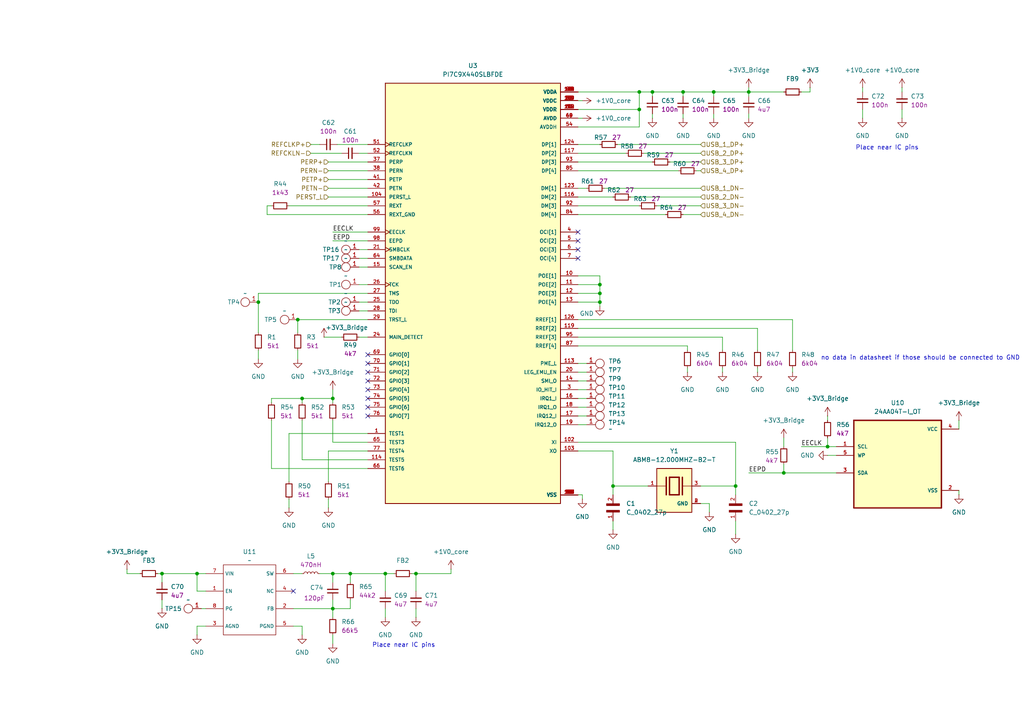
<source format=kicad_sch>
(kicad_sch (version 20231120) (generator "eeschema") (generator_version "8.0")
  (paper "A4")
  (title_block (title "M2SmartHome") (date "2024-10-11") (rev "Rev 1.0.0"))
  (junction (at 173.99 85.09))
  (junction (at 173.99 87.63))
  (junction (at 57.15 166.37))
  (junction (at 46.99 166.37))
  (junction (at 101.6 166.37))
  (junction (at 96.52 166.37))
  (junction (at 87.63 115.57))
  (junction (at 111.76 166.37))
  (junction (at 96.52 176.53))
  (junction (at 74.93 87.63))
  (junction (at 173.99 82.55))
  (junction (at 189.23 26.67))
  (junction (at 227.33 137.16))
  (junction (at 207.01 26.67))
  (junction (at 213.36 140.97))
  (junction (at 177.8 140.97))
  (junction (at 185.42 31.75))
  (junction (at 96.52 115.57))
  (junction (at 198.12 26.67))
  (junction (at 185.42 26.67))
  (junction (at 217.17 26.67))
  (junction (at 120.65 166.37))
  (junction (at 86.36 92.71))
  (junction (at 240.03 129.54))
  (no_connect (at 106.68 115.57))
  (no_connect (at 106.68 110.49))
  (no_connect (at 106.68 102.87))
  (no_connect (at 167.64 72.39))
  (no_connect (at 106.68 113.03))
  (no_connect (at 106.68 118.11))
  (no_connect (at 106.68 120.65))
  (no_connect (at 167.64 74.93))
  (no_connect (at 106.68 105.41))
  (no_connect (at 106.68 107.95))
  (no_connect (at 167.64 67.31))
  (no_connect (at 167.64 69.85))
  (no_connect (at 85.09 171.45))
  (wire (pts (xy 167.64 31.75) (xy 185.42 31.75)))
  (wire (pts (xy 189.23 26.67) (xy 189.23 27.94)))
  (wire (pts (xy 96.52 113.03) (xy 96.52 115.57)))
  (wire (pts (xy 167.64 92.71) (xy 229.87 92.71)))
  (wire (pts (xy 229.87 92.71) (xy 229.87 101.6)))
  (wire (pts (xy 96.52 115.57) (xy 87.63 115.57)))
  (wire (pts (xy 167.64 105.41) (xy 170.18 105.41)))
  (wire (pts (xy 167.64 100.33) (xy 199.39 100.33)))
  (wire (pts (xy 74.93 85.09) (xy 74.93 87.63)))
  (wire (pts (xy 101.6 166.37) (xy 111.76 166.37)))
  (wire (pts (xy 106.68 130.81) (xy 95.25 130.81)))
  (wire (pts (xy 83.82 59.69) (xy 106.68 59.69)))
  (wire (pts (xy 168.91 143.51) (xy 168.91 144.78)))
  (wire (pts (xy 78.74 115.57) (xy 87.63 115.57)))
  (wire (pts (xy 104.14 82.55) (xy 106.68 82.55)))
  (wire (pts (xy 97.79 41.91) (xy 106.68 41.91)))
  (wire (pts (xy 120.65 171.45) (xy 120.65 166.37)))
  (wire (pts (xy 96.52 128.27) (xy 106.68 128.27)))
  (wire (pts (xy 227.33 137.16) (xy 242.57 137.16)))
  (wire (pts (xy 95.25 46.99) (xy 106.68 46.99)))
  (wire (pts (xy 207.01 33.02) (xy 207.01 34.29)))
  (wire (pts (xy 104.14 74.93) (xy 106.68 74.93)))
  (wire (pts (xy 86.36 92.71) (xy 86.36 96.52)))
  (wire (pts (xy 167.64 113.03) (xy 170.18 113.03)))
  (wire (pts (xy 217.17 25.4) (xy 217.17 26.67)))
  (wire (pts (xy 185.42 36.83) (xy 185.42 31.75)))
  (wire (pts (xy 77.47 59.69) (xy 77.47 62.23)))
  (wire (pts (xy 219.71 106.68) (xy 219.71 107.95)))
  (wire (pts (xy 207.01 26.67) (xy 207.01 27.94)))
  (wire (pts (xy 198.12 26.67) (xy 207.01 26.67)))
  (wire (pts (xy 261.62 25.4) (xy 261.62 26.67)))
  (wire (pts (xy 194.31 46.99) (xy 203.2 46.99)))
  (wire (pts (xy 59.69 171.45) (xy 57.15 171.45)))
  (wire (pts (xy 240.03 129.54) (xy 242.57 129.54)))
  (wire (pts (xy 173.99 80.01) (xy 173.99 82.55)))
  (wire (pts (xy 177.8 140.97) (xy 177.8 130.81)))
  (wire (pts (xy 203.2 146.05) (xy 205.74 146.05)))
  (wire (pts (xy 219.71 95.25) (xy 219.71 101.6)))
  (wire (pts (xy 167.64 29.21) (xy 168.91 29.21)))
  (wire (pts (xy 207.01 26.67) (xy 217.17 26.67)))
  (wire (pts (xy 240.03 127) (xy 240.03 129.54)))
  (wire (pts (xy 104.14 90.17) (xy 106.68 90.17)))
  (wire (pts (xy 232.41 26.67) (xy 234.95 26.67)))
  (wire (pts (xy 217.17 26.67) (xy 227.33 26.67)))
  (wire (pts (xy 95.25 57.15) (xy 106.68 57.15)))
  (wire (pts (xy 104.14 72.39) (xy 106.68 72.39)))
  (wire (pts (xy 167.64 128.27) (xy 213.36 128.27)))
  (wire (pts (xy 177.8 151.13) (xy 177.8 153.67)))
  (wire (pts (xy 77.47 62.23) (xy 106.68 62.23)))
  (wire (pts (xy 173.99 87.63) (xy 167.64 87.63)))
  (wire (pts (xy 36.83 166.37) (xy 40.64 166.37)))
  (wire (pts (xy 167.64 118.11) (xy 170.18 118.11)))
  (wire (pts (xy 167.64 34.29) (xy 168.91 34.29)))
  (wire (pts (xy 240.03 120.65) (xy 240.03 121.92)))
  (wire (pts (xy 87.63 133.35) (xy 106.68 133.35)))
  (wire (pts (xy 190.5 59.69) (xy 203.2 59.69)))
  (wire (pts (xy 167.64 130.81) (xy 177.8 130.81)))
  (wire (pts (xy 106.68 92.71) (xy 86.36 92.71)))
  (wire (pts (xy 167.64 143.51) (xy 168.91 143.51)))
  (wire (pts (xy 78.74 116.84) (xy 78.74 115.57)))
  (wire (pts (xy 90.17 41.91) (xy 92.71 41.91)))
  (wire (pts (xy 217.17 137.16) (xy 227.33 137.16)))
  (wire (pts (xy 167.64 123.19) (xy 170.18 123.19)))
  (wire (pts (xy 104.14 87.63) (xy 106.68 87.63)))
  (wire (pts (xy 227.33 134.62) (xy 227.33 137.16)))
  (wire (pts (xy 95.25 130.81) (xy 95.25 139.7)))
  (wire (pts (xy 85.09 181.61) (xy 87.63 181.61)))
  (wire (pts (xy 96.52 69.85) (xy 106.68 69.85)))
  (wire (pts (xy 130.81 165.1) (xy 130.81 166.37)))
  (wire (pts (xy 167.64 120.65) (xy 170.18 120.65)))
  (wire (pts (xy 104.14 44.45) (xy 106.68 44.45)))
  (wire (pts (xy 101.6 166.37) (xy 101.6 168.91)))
  (wire (pts (xy 278.13 142.24) (xy 278.13 143.51)))
  (wire (pts (xy 90.17 44.45) (xy 99.06 44.45)))
  (wire (pts (xy 96.52 67.31) (xy 106.68 67.31)))
  (wire (pts (xy 96.52 115.57) (xy 96.52 116.84)))
  (wire (pts (xy 167.64 115.57) (xy 170.18 115.57)))
  (wire (pts (xy 213.36 151.13) (xy 213.36 154.94)))
  (wire (pts (xy 96.52 184.15) (xy 96.52 186.69)))
  (wire (pts (xy 186.69 44.45) (xy 203.2 44.45)))
  (wire (pts (xy 96.52 166.37) (xy 101.6 166.37)))
  (wire (pts (xy 199.39 100.33) (xy 199.39 101.6)))
  (wire (pts (xy 167.64 54.61) (xy 170.18 54.61)))
  (wire (pts (xy 185.42 31.75) (xy 185.42 26.67)))
  (wire (pts (xy 96.52 121.92) (xy 96.52 128.27)))
  (wire (pts (xy 217.17 33.02) (xy 217.17 34.29)))
  (wire (pts (xy 173.99 87.63) (xy 173.99 88.9)))
  (wire (pts (xy 83.82 125.73) (xy 83.82 139.7)))
  (wire (pts (xy 278.13 124.46) (xy 278.13 121.92)))
  (wire (pts (xy 227.33 127) (xy 227.33 129.54)))
  (wire (pts (xy 198.12 62.23) (xy 203.2 62.23)))
  (wire (pts (xy 175.26 54.61) (xy 203.2 54.61)))
  (wire (pts (xy 101.6 176.53) (xy 96.52 176.53)))
  (wire (pts (xy 167.64 110.49) (xy 170.18 110.49)))
  (wire (pts (xy 119.38 166.37) (xy 120.65 166.37)))
  (wire (pts (xy 173.99 82.55) (xy 167.64 82.55)))
  (wire (pts (xy 167.64 49.53) (xy 196.85 49.53)))
  (wire (pts (xy 36.83 165.1) (xy 36.83 166.37)))
  (wire (pts (xy 213.36 128.27) (xy 213.36 140.97)))
  (wire (pts (xy 46.99 166.37) (xy 57.15 166.37)))
  (wire (pts (xy 74.93 85.09) (xy 106.68 85.09)))
  (wire (pts (xy 95.25 49.53) (xy 106.68 49.53)))
  (wire (pts (xy 78.74 59.69) (xy 77.47 59.69)))
  (wire (pts (xy 78.74 135.89) (xy 106.68 135.89)))
  (wire (pts (xy 198.12 33.02) (xy 198.12 34.29)))
  (wire (pts (xy 198.12 26.67) (xy 198.12 27.94)))
  (wire (pts (xy 59.69 166.37) (xy 57.15 166.37)))
  (wire (pts (xy 57.15 181.61) (xy 57.15 184.15)))
  (wire (pts (xy 177.8 140.97) (xy 177.8 143.51)))
  (wire (pts (xy 250.19 25.4) (xy 250.19 26.67)))
  (wire (pts (xy 57.15 166.37) (xy 57.15 171.45)))
  (wire (pts (xy 85.09 176.53) (xy 96.52 176.53)))
  (wire (pts (xy 213.36 140.97) (xy 203.2 140.97)))
  (wire (pts (xy 234.95 26.67) (xy 234.95 25.4)))
  (wire (pts (xy 189.23 33.02) (xy 189.23 34.29)))
  (wire (pts (xy 213.36 140.97) (xy 213.36 143.51)))
  (wire (pts (xy 120.65 166.37) (xy 130.81 166.37)))
  (wire (pts (xy 120.65 176.53) (xy 120.65 179.07)))
  (wire (pts (xy 167.64 36.83) (xy 185.42 36.83)))
  (wire (pts (xy 209.55 97.79) (xy 209.55 101.6)))
  (wire (pts (xy 173.99 85.09) (xy 167.64 85.09)))
  (wire (pts (xy 232.41 129.54) (xy 240.03 129.54)))
  (wire (pts (xy 96.52 176.53) (xy 96.52 179.07)))
  (wire (pts (xy 111.76 171.45) (xy 111.76 166.37)))
  (wire (pts (xy 111.76 166.37) (xy 114.3 166.37)))
  (wire (pts (xy 99.06 97.79) (xy 93.98 97.79)))
  (wire (pts (xy 167.64 95.25) (xy 219.71 95.25)))
  (wire (pts (xy 74.93 87.63) (xy 74.93 96.52)))
  (wire (pts (xy 205.74 146.05) (xy 205.74 148.59)))
  (wire (pts (xy 229.87 106.68) (xy 229.87 107.95)))
  (wire (pts (xy 95.25 52.07) (xy 106.68 52.07)))
  (wire (pts (xy 189.23 26.67) (xy 198.12 26.67)))
  (wire (pts (xy 167.64 62.23) (xy 193.04 62.23)))
  (wire (pts (xy 74.93 101.6) (xy 74.93 104.14)))
  (wire (pts (xy 101.6 173.99) (xy 101.6 176.53)))
  (wire (pts (xy 199.39 106.68) (xy 199.39 107.95)))
  (wire (pts (xy 58.42 176.53) (xy 59.69 176.53)))
  (wire (pts (xy 167.64 41.91) (xy 173.99 41.91)))
  (wire (pts (xy 173.99 82.55) (xy 173.99 85.09)))
  (wire (pts (xy 85.09 166.37) (xy 87.63 166.37)))
  (wire (pts (xy 111.76 176.53) (xy 111.76 179.07)))
  (wire (pts (xy 185.42 26.67) (xy 189.23 26.67)))
  (wire (pts (xy 167.64 26.67) (xy 185.42 26.67)))
  (wire (pts (xy 182.88 57.15) (xy 203.2 57.15)))
  (wire (pts (xy 167.64 44.45) (xy 181.61 44.45)))
  (wire (pts (xy 96.52 173.99) (xy 96.52 176.53)))
  (wire (pts (xy 106.68 125.73) (xy 83.82 125.73)))
  (wire (pts (xy 209.55 106.68) (xy 209.55 107.95)))
  (wire (pts (xy 173.99 85.09) (xy 173.99 87.63)))
  (wire (pts (xy 59.69 181.61) (xy 57.15 181.61)))
  (wire (pts (xy 104.14 97.79) (xy 106.68 97.79)))
  (wire (pts (xy 96.52 166.37) (xy 96.52 168.91)))
  (wire (pts (xy 167.64 59.69) (xy 185.42 59.69)))
  (wire (pts (xy 167.64 107.95) (xy 170.18 107.95)))
  (wire (pts (xy 173.99 80.01) (xy 167.64 80.01)))
  (wire (pts (xy 167.64 46.99) (xy 189.23 46.99)))
  (wire (pts (xy 240.03 132.08) (xy 242.57 132.08)))
  (wire (pts (xy 87.63 121.92) (xy 87.63 133.35)))
  (wire (pts (xy 78.74 121.92) (xy 78.74 135.89)))
  (wire (pts (xy 250.19 31.75) (xy 250.19 34.29)))
  (wire (pts (xy 46.99 166.37) (xy 46.99 168.91)))
  (wire (pts (xy 87.63 181.61) (xy 87.63 184.15)))
  (wire (pts (xy 83.82 144.78) (xy 83.82 147.32)))
  (wire (pts (xy 201.93 49.53) (xy 203.2 49.53)))
  (wire (pts (xy 95.25 144.78) (xy 95.25 147.32)))
  (wire (pts (xy 261.62 31.75) (xy 261.62 34.29)))
  (wire (pts (xy 167.64 97.79) (xy 209.55 97.79)))
  (wire (pts (xy 179.07 41.91) (xy 203.2 41.91)))
  (wire (pts (xy 92.71 166.37) (xy 96.52 166.37)))
  (wire (pts (xy 187.96 140.97) (xy 177.8 140.97)))
  (wire (pts (xy 45.72 166.37) (xy 46.99 166.37)))
  (wire (pts (xy 217.17 26.67) (xy 217.17 27.94)))
  (wire (pts (xy 104.14 77.47) (xy 106.68 77.47)))
  (wire (pts (xy 95.25 54.61) (xy 106.68 54.61)))
  (wire (pts (xy 46.99 173.99) (xy 46.99 176.53)))
  (wire (pts (xy 167.64 57.15) (xy 177.8 57.15)))
  (wire (pts (xy 87.63 115.57) (xy 87.63 116.84)))
  (wire (pts (xy 86.36 101.6) (xy 86.36 104.14)))
  (text "no data in datasheet if those should be connected to GND" (at 266.954 103.886 0) (effects (font (size 1.27 1.27))))
  (text "Place near IC pins\n" (at 257.302 42.926 0) (effects (font (size 1.27 1.27))))
  (text "Place near IC pins\n" (at 117.094 187.198 0) (effects (font (size 1.27 1.27))))
  (label "EECLK" (at 96.52 67.31 0))
  (label "EEPD" (at 96.52 69.85 0))
  (label "EEPD" (at 217.17 137.16 0))
  (label "EECLK" (at 232.41 129.54 0))
  (hierarchical_label "PERN-" (shape input) (at 95.25 49.53 180))
  (hierarchical_label "PERP+" (shape input) (at 95.25 46.99 180))
  (hierarchical_label "USB_1_DP+" (shape input) (at 203.2 41.91 0))
  (hierarchical_label "PETP+" (shape input) (at 95.25 52.07 180))
  (hierarchical_label "PETN-" (shape input) (at 95.25 54.61 180))
  (hierarchical_label "USB_1_DN-" (shape input) (at 203.2 54.61 0))
  (hierarchical_label "REFCLKP+" (shape input) (at 90.17 41.91 180))
  (hierarchical_label "USB_4_DP+" (shape input) (at 203.2 49.53 0))
  (hierarchical_label "USB_3_DP+" (shape input) (at 203.2 46.99 0))
  (hierarchical_label "PERST_L" (shape input) (at 95.25 57.15 180))
  (hierarchical_label "REFCKLN-" (shape input) (at 90.17 44.45 180))
  (hierarchical_label "USB_2_DN-" (shape input) (at 203.2 57.15 0))
  (hierarchical_label "USB_2_DP+" (shape input) (at 203.2 44.45 0))
  (hierarchical_label "USB_4_DN-" (shape input) (at 203.2 62.23 0))
  (hierarchical_label "USB_3_DN-" (shape input) (at 203.2 59.69 0))
  (symbol (lib_id "M2SmartHomeSymbols:R_5k1_0402") (at 96.52 121.92 90) (unit 1)
    (property "Reference" "R53" (at 99.06 118.11 90) (effects (justify right)))
    (property "Value" "R_5k1_0402" (effects (hide yes)))
    (property "Footprint" "M2SmartHomeFootprints:R_0402" (effects (hide yes)))
    (property "Datasheet" "https://www.vishay.com/docs/20035/crcw0402.pdf" (effects (hide yes)))
    (property "Description" "SMD Thick Film Resistor, 5.10 kΩ, ±1%, 1/16 W, 0402 [1005 Metric], CRCW Series" (effects (hide yes)))
    (property "MPN" "CRCW04025K10FKED" (effects (hide yes)))
    (property "Manufacturer" "Vishay" (effects (hide yes)))
    (property "License" "Apache-2.0" (effects (hide yes)))
    (property "Author" "Your Name" (effects (hide yes)))
    (property "Val" "5k1" (at 99.06 120.65 90) (effects (justify right)))
    (property "Tolerance" "1%" (effects (hide yes)))
    (property "Power" "1/16 W" (effects (hide yes)))
  )
  (symbol (lib_id "M2SmartHomeSymbols:C_100n_0402") (at 189.23 33.02 90) (unit 1)
    (property "Reference" "C63" (at 191.77 29.2036 90) (effects (justify right)))
    (property "Value" "C_100n_0402" (effects (hide yes)))
    (property "Footprint" "M2SmartHomeFootprints:C_0402" (effects (hide yes)))
    (property "Datasheet" "https://www.murata.com/products/productdetail?partno=GRM155R61A104KE01%23" (effects (hide yes)))
    (property "Description" "SMD Multilayer Ceramic Capacitor, 100 nF, 10 V, 0402 [1005 Metric], ±10%, X5R, GRM Series" (effects (hide yes)))
    (property "MPN" "GRM155R61A104KE01D" (effects (hide yes)))
    (property "Manufacturer" "Murata" (effects (hide yes)))
    (property "License" "Apache-2.0" (effects (hide yes)))
    (property "Author" "Your Name" (effects (hide yes)))
    (property "Val" "100n" (at 191.77 31.7436 90) (effects (justify right)))
    (property "Voltage" "10V" (effects (hide yes)))
    (property "Dielectric" "X5R" (effects (hide yes)))
  )
  (symbol (lib_id "power:+3V3") (at 168.91 29.21 270) (unit 1)
    (property "Reference" "#PWR0199" (effects (hide yes)))
    (property "Value" "+1V0_core" (at 172.72 29.2099 90) (effects (justify left)))
    (property "Description" "Power symbol creates a global label with name \"+3V3\"" (effects (hide yes)))
  )
  (symbol (lib_id "M2SmartHomeSymbols:R_4k7_0402") (at 240.03 127 90) (unit 1)
    (property "Reference" "R56" (at 242.57 123.19 90) (effects (justify right)))
    (property "Value" "R_4k7_0402" (effects (hide yes)))
    (property "Footprint" "M2SmartHomeFootprints:R_0402" (effects (hide yes)))
    (property "Datasheet" "https://www.vishay.com/docs/20035/crcw0402.pdf" (effects (hide yes)))
    (property "Description" "SMD Thick Film Resistor, 4.7 kΩ, ±1%, 1/16 W, 0402 [1005 Metric], CRCW Series" (effects (hide yes)))
    (property "MPN" "CRCW04024K70FKED" (effects (hide yes)))
    (property "Manufacturer" "Vishay" (effects (hide yes)))
    (property "License" "Apache-2.0" (effects (hide yes)))
    (property "Author" "Your Name" (effects (hide yes)))
    (property "Val" "4k7" (at 242.57 125.73 90) (effects (justify right)))
    (property "Tolerance" "1%" (effects (hide yes)))
    (property "Power" "1/16 W" (effects (hide yes)))
  )
  (symbol (lib_id "M2SmartHomeSymbols:R_27_0402") (at 193.04 62.23 0) (unit 1)
    (property "Reference" "R64" (at 193.294 60.198 0))
    (property "Value" "R_27_0402" (effects (hide yes)))
    (property "Footprint" "M2SmartHomeFootprints:R_0402" (effects (hide yes)))
    (property "Datasheet" "https://www.vishay.com/docs/20035/crcw0402.pdf" (effects (hide yes)))
    (property "Description" "SMD Thick Film Resistor, 27 Ω, ±1%, 1/16 W, 0402 [1005 Metric], CRCW Series" (effects (hide yes)))
    (property "MPN" "CRCW040227R0FKED" (effects (hide yes)))
    (property "Manufacturer" "Vishay" (effects (hide yes)))
    (property "License" "Apache-2.0" (effects (hide yes)))
    (property "Author" "Your Name" (effects (hide yes)))
    (property "Val" "27" (at 197.866 60.198 0))
    (property "Tolerance" "1%" (effects (hide yes)))
    (property "Power" "1/16 W" (effects (hide yes)))
  )
  (symbol (lib_id "M2SmartHomeSymbols:R_44k2_0402") (at 101.6 173.99 90) (unit 1)
    (property "Reference" "R65" (at 104.14 170.18 90) (effects (justify right)))
    (property "Value" "R_44k2_0402" (effects (hide yes)))
    (property "Footprint" "M2SmartHomeFootprints:R_0402" (effects (hide yes)))
    (property "Datasheet" "https://www.vishay.com/docs/20035/crcw0402.pdf" (effects (hide yes)))
    (property "Description" "SMD Thick Film Resistor, 44.2 kΩ, ±1%, 1/16 W, 0402 [1005 Metric], CRCW Series" (effects (hide yes)))
    (property "MPN" "CRCW040244K2FKED" (effects (hide yes)))
    (property "Manufacturer" "Vishay" (effects (hide yes)))
    (property "License" "Apache-2.0" (effects (hide yes)))
    (property "Val" "44k2" (at 104.14 172.72 90) (effects (justify right)))
    (property "Tolerance" "1%" (effects (hide yes)))
    (property "Power" "1/16 W" (effects (hide yes)))
  )
  (symbol (lib_id "M2SmartHomeSymbols:TP_SMD_1mm") (at 104.14 72.39 90) (unit 1)
    (property "Reference" "TP16" (at 96.012 72.39 90))
    (property "Value" "~" (at 100.33 69.85 90))
    (property "Footprint" "M2SmartHomeFootprints:TestPoint_Pad_D1.0mm" (effects (hide yes)))
  )
  (symbol (lib_id "power:GND") (at 96.52 186.69 0) (unit 1)
    (property "Reference" "#PWR0191" (effects (hide yes)))
    (property "Value" "GND" (at 96.52 191.77 0))
    (property "Description" "Power symbol creates a global label with name \"GND\" , ground" (effects (hide yes)))
  )
  (symbol (lib_id "M2SmartHomeSymbols:TPS62822DLCR") (at 72.39 173.99 0) (unit 1)
    (property "Reference" "U11" (at 72.39 160.02 0))
    (property "Value" "~" (at 72.39 162.56 0))
    (property "Footprint" "M2SmartHomeFootprints:TPS62822DLCR" (effects (hide yes)))
    (property "Datasheet" "https://www.ti.com/lit/ds/symlink/tps62822.pdf?ts=1728202992352&ref_url=https%253A%252F%252Fwww.ti.com%252Ftool%252FTIDA-010011" (effects (hide yes)))
  )
  (symbol (lib_id "power:GND") (at 213.36 154.94 0) (unit 1)
    (property "Reference" "#PWR04" (effects (hide yes)))
    (property "Value" "GND" (at 213.36 160.02 0))
    (property "Description" "Power symbol creates a global label with name \"GND\" , ground" (effects (hide yes)))
  )
  (symbol (lib_id "M2SmartHomeSymbols:R_4k7_0402") (at 227.33 134.62 90) (unit 1)
    (property "Reference" "R55" (at 221.996 131.064 90) (effects (justify right)))
    (property "Value" "R_4k7_0402" (effects (hide yes)))
    (property "Footprint" "M2SmartHomeFootprints:R_0402" (effects (hide yes)))
    (property "Datasheet" "https://www.vishay.com/docs/20035/crcw0402.pdf" (effects (hide yes)))
    (property "Description" "SMD Thick Film Resistor, 4.7 kΩ, ±1%, 1/16 W, 0402 [1005 Metric], CRCW Series" (effects (hide yes)))
    (property "MPN" "CRCW04024K70FKED" (effects (hide yes)))
    (property "Manufacturer" "Vishay" (effects (hide yes)))
    (property "License" "Apache-2.0" (effects (hide yes)))
    (property "Author" "Your Name" (effects (hide yes)))
    (property "Val" "4k7" (at 221.996 133.604 90) (effects (justify right)))
    (property "Tolerance" "1%" (effects (hide yes)))
    (property "Power" "1/16 W" (effects (hide yes)))
  )
  (symbol (lib_id "power:+3V3") (at 234.95 25.4 0) (unit 1)
    (property "Reference" "#PWR0146" (effects (hide yes)))
    (property "Value" "+3V3" (at 234.95 20.32 0))
    (property "Description" "Power symbol creates a global label with name \"+3V3\"" (effects (hide yes)))
  )
  (symbol (lib_id "power:GND") (at 120.65 179.07 0) (unit 1)
    (property "Reference" "#PWR0195" (effects (hide yes)))
    (property "Value" "GND" (at 120.65 184.15 0))
    (property "Description" "Power symbol creates a global label with name \"GND\" , ground" (effects (hide yes)))
  )
  (symbol (lib_id "M2SmartHomeSymbols:FB_120R_0603") (at 40.64 166.37 0) (unit 1)
    (property "Reference" "FB3" (at 43.18 162.56 0))
    (property "Value" "FB_120R_0603" (effects (hide yes)))
    (property "Footprint" "M2SmartHomeFootprints:FB_0603" (effects (hide yes)))
    (property "Datasheet" "https://www.murata.com/products/productdetail?partno=BLM18AG121SN1D" (effects (hide yes)))
    (property "Description" "SMD Ferrite Bead, 120 Ω @ 100 MHz, 2 A, 0603 [1608 Metric], BLM18A Series" (effects (hide yes)))
    (property "MPN" "BLM18AG121SN1D" (effects (hide yes)))
    (property "Manufacturer" "Murata" (effects (hide yes)))
    (property "License" "Apache-2.0" (effects (hide yes)))
    (property "Author" "Your Name" (effects (hide yes)))
    (property "Impedance" "120R @ 100 MHz" (effects (hide yes)))
    (property "Current" "2A" (effects (hide yes)))
  )
  (symbol (lib_id "M2SmartHomeSymbols:R_27_0402") (at 196.85 49.53 0) (unit 1)
    (property "Reference" "R60" (at 197.104 47.498 0))
    (property "Value" "R_27_0402" (effects (hide yes)))
    (property "Footprint" "M2SmartHomeFootprints:R_0402" (effects (hide yes)))
    (property "Datasheet" "https://www.vishay.com/docs/20035/crcw0402.pdf" (effects (hide yes)))
    (property "Description" "SMD Thick Film Resistor, 27 Ω, ±1%, 1/16 W, 0402 [1005 Metric], CRCW Series" (effects (hide yes)))
    (property "MPN" "CRCW040227R0FKED" (effects (hide yes)))
    (property "Manufacturer" "Vishay" (effects (hide yes)))
    (property "License" "Apache-2.0" (effects (hide yes)))
    (property "Author" "Your Name" (effects (hide yes)))
    (property "Val" "27" (at 201.676 47.498 0))
    (property "Tolerance" "1%" (effects (hide yes)))
    (property "Power" "1/16 W" (effects (hide yes)))
  )
  (symbol (lib_id "M2SmartHomeSymbols:R_66k5_0402") (at 96.52 184.15 90) (unit 1)
    (property "Reference" "R66" (at 99.06 180.34 90) (effects (justify right)))
    (property "Value" "R_66k5_0402" (effects (hide yes)))
    (property "Footprint" "M2SmartHomeFootprints:R_0402" (effects (hide yes)))
    (property "Datasheet" "https://www.vishay.com/docs/20035/crcw0402.pdf" (effects (hide yes)))
    (property "Description" "SMD Thick Film Resistor, 66.5 kΩ, ±1%, 1/16 W, 0402 [1005 Metric], CRCW Series" (effects (hide yes)))
    (property "MPN" "CRCW040266K5FKED" (effects (hide yes)))
    (property "Manufacturer" "Vishay" (effects (hide yes)))
    (property "License" "Apache-2.0" (effects (hide yes)))
    (property "Val" "66k5" (at 99.06 182.88 90) (effects (justify right)))
    (property "Tolerance" "1%" (effects (hide yes)))
    (property "Power" "1/16 W" (effects (hide yes)))
  )
  (symbol (lib_id "M2SmartHomeSymbols:R_27_0402") (at 170.18 54.61 0) (unit 1)
    (property "Reference" "R61" (at 170.434 52.578 0))
    (property "Value" "R_27_0402" (effects (hide yes)))
    (property "Footprint" "M2SmartHomeFootprints:R_0402" (effects (hide yes)))
    (property "Datasheet" "https://www.vishay.com/docs/20035/crcw0402.pdf" (effects (hide yes)))
    (property "Description" "SMD Thick Film Resistor, 27 Ω, ±1%, 1/16 W, 0402 [1005 Metric], CRCW Series" (effects (hide yes)))
    (property "MPN" "CRCW040227R0FKED" (effects (hide yes)))
    (property "Manufacturer" "Vishay" (effects (hide yes)))
    (property "License" "Apache-2.0" (effects (hide yes)))
    (property "Author" "Your Name" (effects (hide yes)))
    (property "Val" "27" (at 175.006 52.578 0))
    (property "Tolerance" "1%" (effects (hide yes)))
    (property "Power" "1/16 W" (effects (hide yes)))
  )
  (symbol (lib_id "M2SmartHomeSymbols:R_1k43_0402") (at 78.74 59.69 0) (unit 1)
    (property "Reference" "R44" (at 81.28 53.34 0))
    (property "Value" "R_1k43_0402" (effects (hide yes)))
    (property "Footprint" "M2SmartHomeFootprints:R_0402" (effects (hide yes)))
    (property "Datasheet" "https://www.vishay.com/docs/20035/crcw0402.pdf" (effects (hide yes)))
    (property "Description" "SMD Thick Film Resistor, 1.43 kΩ, ±1%, 1/16 W, 0402 [1005 Metric], CRCW Series" (effects (hide yes)))
    (property "MPN" "CRCW04021K43FKED" (effects (hide yes)))
    (property "Manufacturer" "Vishay" (effects (hide yes)))
    (property "License" "Apache-2.0" (effects (hide yes)))
    (property "Author" "Your Name" (effects (hide yes)))
    (property "Val" "1k43" (at 81.28 55.88 0))
    (property "Tolerance" "1%" (effects (hide yes)))
    (property "Power" "1/16 W" (effects (hide yes)))
  )
  (symbol (lib_id "power:GND") (at 177.8 153.67 0) (unit 1)
    (property "Reference" "#PWR03" (effects (hide yes)))
    (property "Value" "GND" (at 177.8 158.75 0))
    (property "Description" "Power symbol creates a global label with name \"GND\" , ground" (effects (hide yes)))
  )
  (symbol (lib_id "power:+3V3") (at 261.62 25.4 0) (unit 1)
    (property "Reference" "#PWR0202" (effects (hide yes)))
    (property "Value" "+1V0_core" (at 261.62 20.32 0))
    (property "Description" "Power symbol creates a global label with name \"+3V3\"" (effects (hide yes)))
  )
  (symbol (lib_id "M2SmartHomeSymbols:R_4k7_0402") (at 104.14 97.79 180) (unit 1)
    (property "Reference" "R49" (at 101.6 100.076 0))
    (property "Value" "R_4k7_0402" (effects (hide yes)))
    (property "Footprint" "M2SmartHomeFootprints:R_0402" (effects (hide yes)))
    (property "Datasheet" "https://www.vishay.com/docs/20035/crcw0402.pdf" (effects (hide yes)))
    (property "Description" "SMD Thick Film Resistor, 4.7 kΩ, ±1%, 1/16 W, 0402 [1005 Metric], CRCW Series" (effects (hide yes)))
    (property "MPN" "CRCW04024K70FKED" (effects (hide yes)))
    (property "Manufacturer" "Vishay" (effects (hide yes)))
    (property "License" "Apache-2.0" (effects (hide yes)))
    (property "Author" "Your Name" (effects (hide yes)))
    (property "Val" "4k7" (at 101.6 102.616 0))
    (property "Tolerance" "1%" (effects (hide yes)))
    (property "Power" "1/16 W" (effects (hide yes)))
  )
  (symbol (lib_id "power:GND") (at 111.76 179.07 0) (unit 1)
    (property "Reference" "#PWR0194" (effects (hide yes)))
    (property "Value" "GND" (at 111.76 184.15 0))
    (property "Description" "Power symbol creates a global label with name \"GND\" , ground" (effects (hide yes)))
  )
  (symbol (lib_id "M2SmartHomeSymbols:TP_SMD_1mm") (at 170.18 107.95 270) (unit 1)
    (property "Reference" "TP7" (at 176.53 107.3149 90) (effects (justify left)))
    (property "Value" "~" (at 176.53 109.22 90) (effects (justify left)))
    (property "Footprint" "M2SmartHomeFootprints:TestPoint_Pad_D1.0mm" (effects (hide yes)))
  )
  (symbol (lib_id "M2SmartHomeSymbols:TP_SMD_1mm") (at 104.14 87.63 90) (unit 1)
    (property "Reference" "TP2" (at 97.028 87.63 90))
    (property "Value" "~" (at 100.33 85.09 90))
    (property "Footprint" "M2SmartHomeFootprints:TestPoint_Pad_D1.0mm" (effects (hide yes)))
  )
  (symbol (lib_id "power:GND") (at 74.93 104.14 0) (unit 1)
    (property "Reference" "#PWR0139" (effects (hide yes)))
    (property "Value" "GND" (at 74.93 109.22 0))
    (property "Description" "Power symbol creates a global label with name \"GND\" , ground" (effects (hide yes)))
  )
  (symbol (lib_id "power:+3V3") (at 168.91 34.29 270) (unit 1)
    (property "Reference" "#PWR0200" (effects (hide yes)))
    (property "Value" "+1V0_core" (at 172.72 34.2899 90) (effects (justify left)))
    (property "Description" "Power symbol creates a global label with name \"+3V3\"" (effects (hide yes)))
  )
  (symbol (lib_id "M2SmartHomeSymbols:TP_SMD_1mm") (at 104.14 74.93 90) (unit 1)
    (property "Reference" "TP17" (at 96.012 74.93 90))
    (property "Value" "~" (at 100.33 72.39 90))
    (property "Footprint" "M2SmartHomeFootprints:TestPoint_Pad_D1.0mm" (effects (hide yes)))
  )
  (symbol (lib_id "M2SmartHomeSymbols:R_5k1_0402") (at 83.82 144.78 90) (unit 1)
    (property "Reference" "R50" (at 86.36 140.97 90) (effects (justify right)))
    (property "Value" "R_5k1_0402" (effects (hide yes)))
    (property "Footprint" "M2SmartHomeFootprints:R_0402" (effects (hide yes)))
    (property "Datasheet" "https://www.vishay.com/docs/20035/crcw0402.pdf" (effects (hide yes)))
    (property "Description" "SMD Thick Film Resistor, 5.10 kΩ, ±1%, 1/16 W, 0402 [1005 Metric], CRCW Series" (effects (hide yes)))
    (property "MPN" "CRCW04025K10FKED" (effects (hide yes)))
    (property "Manufacturer" "Vishay" (effects (hide yes)))
    (property "License" "Apache-2.0" (effects (hide yes)))
    (property "Author" "Your Name" (effects (hide yes)))
    (property "Val" "5k1" (at 86.36 143.51 90) (effects (justify right)))
    (property "Tolerance" "1%" (effects (hide yes)))
    (property "Power" "1/16 W" (effects (hide yes)))
  )
  (symbol (lib_id "power:GND") (at 83.82 147.32 0) (unit 1)
    (property "Reference" "#PWR0154" (effects (hide yes)))
    (property "Value" "GND" (at 83.82 152.4 0))
    (property "Description" "Power symbol creates a global label with name \"GND\" , ground" (effects (hide yes)))
  )
  (symbol (lib_id "power:GND") (at 209.55 107.95 0) (unit 1)
    (property "Reference" "#PWR0142" (effects (hide yes)))
    (property "Value" "GND" (at 209.55 113.03 0))
    (property "Description" "Power symbol creates a global label with name \"GND\" , ground" (effects (hide yes)))
  )
  (symbol (lib_id "power:GND") (at 173.99 88.9 0) (unit 1)
    (property "Reference" "#PWR01" (effects (hide yes)))
    (property "Value" "GND" (at 170.18 90.932 0))
    (property "Description" "Power symbol creates a global label with name \"GND\" , ground" (effects (hide yes)))
  )
  (symbol (lib_id "M2SmartHomeSymbols:TP_SMD_1mm") (at 58.42 176.53 90) (unit 1)
    (property "Reference" "TP15" (at 50.292 176.53 90))
    (property "Value" "~" (at 54.61 173.99 90))
    (property "Footprint" "M2SmartHomeFootprints:TestPoint_Pad_D1.0mm" (effects (hide yes)))
  )
  (symbol (lib_id "power:+3V3") (at 36.83 165.1 0) (unit 1)
    (property "Reference" "#PWR0196" (effects (hide yes)))
    (property "Value" "+3V3_Bridge" (at 36.83 160.02 0))
    (property "Description" "Power symbol creates a global label with name \"+3V3\"" (effects (hide yes)))
  )
  (symbol (lib_id "M2SmartHomeSymbols:TP_SMD_1mm") (at 170.18 110.49 270) (unit 1)
    (property "Reference" "TP9" (at 176.53 109.8549 90) (effects (justify left)))
    (property "Value" "~" (at 176.53 111.76 90) (effects (justify left)))
    (property "Footprint" "M2SmartHomeFootprints:TestPoint_Pad_D1.0mm" (effects (hide yes)))
  )
  (symbol (lib_id "M2SmartHomeSymbols:C_4u7_0402") (at 217.17 33.02 90) (unit 1)
    (property "Reference" "C66" (at 219.71 29.2036 90) (effects (justify right)))
    (property "Value" "C_4u7_0402" (effects (hide yes)))
    (property "Footprint" "M2SmartHomeFootprints:C_0402" (effects (hide yes)))
    (property "Datasheet" "https://www.murata.com/products/productdetail?partno=GRM155R60J475ME47%23" (effects (hide yes)))
    (property "Description" "SMD Multilayer Ceramic Capacitor, 4.7 µF, 6.3 V, 0402 [1005 Metric], ±20%, X5R, GRM Series" (effects (hide yes)))
    (property "MPN" "GRM155R60J475ME47D" (effects (hide yes)))
    (property "Manufacturer" "Murata" (effects (hide yes)))
    (property "License" "Apache-2.0" (effects (hide yes)))
    (property "Author" "Your Name" (effects (hide yes)))
    (property "Val" "4u7" (at 219.71 31.7436 90) (effects (justify right)))
    (property "Voltage" "6.3V" (effects (hide yes)))
    (property "Dielectric" "X5R" (effects (hide yes)))
  )
  (symbol (lib_id "M2SmartHomeSymbols:C_100n_0402") (at 250.19 31.75 90) (unit 1)
    (property "Reference" "C72" (at 252.73 27.9336 90) (effects (justify right)))
    (property "Value" "C_100n_0402" (effects (hide yes)))
    (property "Footprint" "M2SmartHomeFootprints:C_0402" (effects (hide yes)))
    (property "Datasheet" "https://www.murata.com/products/productdetail?partno=GRM155R61A104KE01%23" (effects (hide yes)))
    (property "Description" "SMD Multilayer Ceramic Capacitor, 100 nF, 10 V, 0402 [1005 Metric], ±10%, X5R, GRM Series" (effects (hide yes)))
    (property "MPN" "GRM155R61A104KE01D" (effects (hide yes)))
    (property "Manufacturer" "Murata" (effects (hide yes)))
    (property "License" "Apache-2.0" (effects (hide yes)))
    (property "Author" "Your Name" (effects (hide yes)))
    (property "Val" "100n" (at 252.73 30.4736 90) (effects (justify right)))
    (property "Voltage" "10V" (effects (hide yes)))
    (property "Dielectric" "X5R" (effects (hide yes)))
  )
  (symbol (lib_id "M2SmartHomeSymbols:TP_SMD_1mm") (at 104.14 77.47 90) (unit 1)
    (property "Reference" "TP8" (at 97.282 77.47 90))
    (property "Value" "~" (at 100.33 74.93 90))
    (property "Footprint" "M2SmartHomeFootprints:TestPoint_Pad_D1.0mm" (effects (hide yes)))
  )
  (symbol (lib_id "power:GND") (at 46.99 176.53 0) (unit 1)
    (property "Reference" "#PWR0197" (effects (hide yes)))
    (property "Value" "GND" (at 46.99 181.61 0))
    (property "Description" "Power symbol creates a global label with name \"GND\" , ground" (effects (hide yes)))
  )
  (symbol (lib_id "M2SmartHomeSymbols:C_100n_0402") (at 261.62 31.75 90) (unit 1)
    (property "Reference" "C73" (at 264.16 27.9336 90) (effects (justify right)))
    (property "Value" "C_100n_0402" (effects (hide yes)))
    (property "Footprint" "M2SmartHomeFootprints:C_0402" (effects (hide yes)))
    (property "Datasheet" "https://www.murata.com/products/productdetail?partno=GRM155R61A104KE01%23" (effects (hide yes)))
    (property "Description" "SMD Multilayer Ceramic Capacitor, 100 nF, 10 V, 0402 [1005 Metric], ±10%, X5R, GRM Series" (effects (hide yes)))
    (property "MPN" "GRM155R61A104KE01D" (effects (hide yes)))
    (property "Manufacturer" "Murata" (effects (hide yes)))
    (property "License" "Apache-2.0" (effects (hide yes)))
    (property "Author" "Your Name" (effects (hide yes)))
    (property "Val" "100n" (at 264.16 30.4736 90) (effects (justify right)))
    (property "Voltage" "10V" (effects (hide yes)))
    (property "Dielectric" "X5R" (effects (hide yes)))
  )
  (symbol (lib_id "M2SmartHomeSymbols:R_27_0402") (at 173.99 41.91 0) (unit 1)
    (property "Reference" "R57" (at 174.244 39.878 0))
    (property "Value" "R_27_0402" (effects (hide yes)))
    (property "Footprint" "M2SmartHomeFootprints:R_0402" (effects (hide yes)))
    (property "Datasheet" "https://www.vishay.com/docs/20035/crcw0402.pdf" (effects (hide yes)))
    (property "Description" "SMD Thick Film Resistor, 27 Ω, ±1%, 1/16 W, 0402 [1005 Metric], CRCW Series" (effects (hide yes)))
    (property "MPN" "CRCW040227R0FKED" (effects (hide yes)))
    (property "Manufacturer" "Vishay" (effects (hide yes)))
    (property "License" "Apache-2.0" (effects (hide yes)))
    (property "Author" "Your Name" (effects (hide yes)))
    (property "Val" "27" (at 178.816 39.878 0))
    (property "Tolerance" "1%" (effects (hide yes)))
    (property "Power" "1/16 W" (effects (hide yes)))
  )
  (symbol (lib_id "M2SmartHomeSymbols:R_5k1_0402") (at 87.63 121.92 90) (unit 1)
    (property "Reference" "R52" (at 90.17 118.11 90) (effects (justify right)))
    (property "Value" "R_5k1_0402" (effects (hide yes)))
    (property "Footprint" "M2SmartHomeFootprints:R_0402" (effects (hide yes)))
    (property "Datasheet" "https://www.vishay.com/docs/20035/crcw0402.pdf" (effects (hide yes)))
    (property "Description" "SMD Thick Film Resistor, 5.10 kΩ, ±1%, 1/16 W, 0402 [1005 Metric], CRCW Series" (effects (hide yes)))
    (property "MPN" "CRCW04025K10FKED" (effects (hide yes)))
    (property "Manufacturer" "Vishay" (effects (hide yes)))
    (property "License" "Apache-2.0" (effects (hide yes)))
    (property "Author" "Your Name" (effects (hide yes)))
    (property "Val" "5k1" (at 90.17 120.65 90) (effects (justify right)))
    (property "Tolerance" "1%" (effects (hide yes)))
    (property "Power" "1/16 W" (effects (hide yes)))
  )
  (symbol (lib_id "M2SmartHomeSymbols:TP_SMD_1mm") (at 170.18 118.11 270) (unit 1)
    (property "Reference" "TP12" (at 176.53 117.4749 90) (effects (justify left)))
    (property "Value" "~" (at 176.53 119.38 90) (effects (justify left)))
    (property "Footprint" "M2SmartHomeFootprints:TestPoint_Pad_D1.0mm" (effects (hide yes)))
  )
  (symbol (lib_id "M2SmartHomeSymbols:TP_SMD_1mm") (at 170.18 120.65 270) (unit 1)
    (property "Reference" "TP13" (at 176.53 120.0149 90) (effects (justify left)))
    (property "Value" "~" (at 176.53 121.92 90) (effects (justify left)))
    (property "Footprint" "M2SmartHomeFootprints:TestPoint_Pad_D1.0mm" (effects (hide yes)))
  )
  (symbol (lib_id "M2SmartHomeSymbols:FB_120R_0603") (at 114.3 166.37 0) (unit 1)
    (property "Reference" "FB2" (at 116.84 162.56 0))
    (property "Value" "FB_120R_0603" (effects (hide yes)))
    (property "Footprint" "M2SmartHomeFootprints:FB_0603" (effects (hide yes)))
    (property "Datasheet" "https://www.murata.com/products/productdetail?partno=BLM18AG121SN1D" (effects (hide yes)))
    (property "Description" "SMD Ferrite Bead, 120 Ω @ 100 MHz, 2 A, 0603 [1608 Metric], BLM18A Series" (effects (hide yes)))
    (property "MPN" "BLM18AG121SN1D" (effects (hide yes)))
    (property "Manufacturer" "Murata" (effects (hide yes)))
    (property "License" "Apache-2.0" (effects (hide yes)))
    (property "Author" "Your Name" (effects (hide yes)))
    (property "Impedance" "120R @ 100 MHz" (effects (hide yes)))
    (property "Current" "2A" (effects (hide yes)))
  )
  (symbol (lib_id "M2SmartHomeSymbols:C_4u7_0402") (at 120.65 176.53 90) (unit 1)
    (property "Reference" "C71" (at 123.19 172.7136 90) (effects (justify right)))
    (property "Value" "C_4u7_0402" (effects (hide yes)))
    (property "Footprint" "M2SmartHomeFootprints:C_0402" (effects (hide yes)))
    (property "Datasheet" "https://www.murata.com/products/productdetail?partno=GRM155R60J475ME47%23" (effects (hide yes)))
    (property "Description" "SMD Multilayer Ceramic Capacitor, 4.7 µF, 6.3 V, 0402 [1005 Metric], ±20%, X5R, GRM Series" (effects (hide yes)))
    (property "MPN" "GRM155R60J475ME47D" (effects (hide yes)))
    (property "Manufacturer" "Murata" (effects (hide yes)))
    (property "License" "Apache-2.0" (effects (hide yes)))
    (property "Author" "Your Name" (effects (hide yes)))
    (property "Val" "4u7" (at 123.19 175.2536 90) (effects (justify right)))
    (property "Voltage" "6.3V" (effects (hide yes)))
    (property "Dielectric" "X5R" (effects (hide yes)))
  )
  (symbol (lib_id "M2SmartHomeSymbols:TP_SMD_1mm") (at 170.18 115.57 270) (unit 1)
    (property "Reference" "TP11" (at 176.53 114.9349 90) (effects (justify left)))
    (property "Value" "~" (at 176.53 116.84 90) (effects (justify left)))
    (property "Footprint" "M2SmartHomeFootprints:TestPoint_Pad_D1.0mm" (effects (hide yes)))
  )
  (symbol (lib_id "power:+3V3") (at 227.33 127 0) (unit 1)
    (property "Reference" "#PWR0156" (effects (hide yes)))
    (property "Value" "+3V3_Bridge" (at 227.33 121.92 0))
    (property "Description" "Power symbol creates a global label with name \"+3V3\"" (effects (hide yes)))
  )
  (symbol (lib_id "M2SmartHomeSymbols:R_6k04_0402") (at 219.71 106.68 90) (unit 1)
    (property "Reference" "R47" (at 222.25 102.87 90) (effects (justify right)))
    (property "Value" "R_6k04_0402" (effects (hide yes)))
    (property "Footprint" "M2SmartHomeFootprints:R_0402" (effects (hide yes)))
    (property "Datasheet" "https://www.vishay.com/docs/20035/crcw0402.pdf" (effects (hide yes)))
    (property "Description" "SMD Thick Film Resistor, 6.04 kΩ, ±1%, 1/16 W, 0402 [1005 Metric], CRCW Series" (effects (hide yes)))
    (property "MPN" "CRCW04026K04FKED" (effects (hide yes)))
    (property "Manufacturer" "Vishay" (effects (hide yes)))
    (property "License" "Apache-2.0" (effects (hide yes)))
    (property "Author" "Your Name" (effects (hide yes)))
    (property "Val" "6k04" (at 222.25 105.41 90) (effects (justify right)))
    (property "Tolerance" "1%" (effects (hide yes)))
    (property "Power" "1/16 W" (effects (hide yes)))
  )
  (symbol (lib_id "M2SmartHomeSymbols:R_27_0402") (at 185.42 59.69 0) (unit 1)
    (property "Reference" "R63" (at 185.674 57.658 0))
    (property "Value" "R_27_0402" (effects (hide yes)))
    (property "Footprint" "M2SmartHomeFootprints:R_0402" (effects (hide yes)))
    (property "Datasheet" "https://www.vishay.com/docs/20035/crcw0402.pdf" (effects (hide yes)))
    (property "Description" "SMD Thick Film Resistor, 27 Ω, ±1%, 1/16 W, 0402 [1005 Metric], CRCW Series" (effects (hide yes)))
    (property "MPN" "CRCW040227R0FKED" (effects (hide yes)))
    (property "Manufacturer" "Vishay" (effects (hide yes)))
    (property "License" "Apache-2.0" (effects (hide yes)))
    (property "Author" "Your Name" (effects (hide yes)))
    (property "Val" "27" (at 190.246 57.658 0))
    (property "Tolerance" "1%" (effects (hide yes)))
    (property "Power" "1/16 W" (effects (hide yes)))
  )
  (symbol (lib_id "M2SmartHomeSymbols:R_5k1_0402") (at 78.74 121.92 90) (unit 1)
    (property "Reference" "R54" (at 81.28 118.11 90) (effects (justify right)))
    (property "Value" "R_5k1_0402" (effects (hide yes)))
    (property "Footprint" "M2SmartHomeFootprints:R_0402" (effects (hide yes)))
    (property "Datasheet" "https://www.vishay.com/docs/20035/crcw0402.pdf" (effects (hide yes)))
    (property "Description" "SMD Thick Film Resistor, 5.10 kΩ, ±1%, 1/16 W, 0402 [1005 Metric], CRCW Series" (effects (hide yes)))
    (property "MPN" "CRCW04025K10FKED" (effects (hide yes)))
    (property "Manufacturer" "Vishay" (effects (hide yes)))
    (property "License" "Apache-2.0" (effects (hide yes)))
    (property "Author" "Your Name" (effects (hide yes)))
    (property "Val" "5k1" (at 81.28 120.65 90) (effects (justify right)))
    (property "Tolerance" "1%" (effects (hide yes)))
    (property "Power" "1/16 W" (effects (hide yes)))
  )
  (symbol (lib_id "M2SmartHomeSymbols:TP_SMD_1mm") (at 170.18 113.03 270) (unit 1)
    (property "Reference" "TP10" (at 176.53 112.3949 90) (effects (justify left)))
    (property "Value" "~" (at 176.53 114.3 90) (effects (justify left)))
    (property "Footprint" "M2SmartHomeFootprints:TestPoint_Pad_D1.0mm" (effects (hide yes)))
  )
  (symbol (lib_id "power:GND") (at 205.74 148.59 0) (unit 1)
    (property "Reference" "#PWR02" (effects (hide yes)))
    (property "Value" "GND" (at 205.74 153.67 0))
    (property "Description" "Power symbol creates a global label with name \"GND\" , ground" (effects (hide yes)))
  )
  (symbol (lib_id "power:GND") (at 207.01 34.29 0) (unit 1)
    (property "Reference" "#PWR0149" (effects (hide yes)))
    (property "Value" "GND" (at 207.01 39.37 0))
    (property "Description" "Power symbol creates a global label with name \"GND\" , ground" (effects (hide yes)))
  )
  (symbol (lib_id "power:GND") (at 250.19 34.29 0) (unit 1)
    (property "Reference" "#PWR0203" (effects (hide yes)))
    (property "Value" "GND" (at 250.19 39.37 0))
    (property "Description" "Power symbol creates a global label with name \"GND\" , ground" (effects (hide yes)))
  )
  (symbol (lib_id "M2SmartHomeSymbols:R_6k04_0402") (at 199.39 106.68 90) (unit 1)
    (property "Reference" "R45" (at 201.93 102.87 90) (effects (justify right)))
    (property "Value" "R_6k04_0402" (effects (hide yes)))
    (property "Footprint" "M2SmartHomeFootprints:R_0402" (effects (hide yes)))
    (property "Datasheet" "https://www.vishay.com/docs/20035/crcw0402.pdf" (effects (hide yes)))
    (property "Description" "SMD Thick Film Resistor, 6.04 kΩ, ±1%, 1/16 W, 0402 [1005 Metric], CRCW Series" (effects (hide yes)))
    (property "MPN" "CRCW04026K04FKED" (effects (hide yes)))
    (property "Manufacturer" "Vishay" (effects (hide yes)))
    (property "License" "Apache-2.0" (effects (hide yes)))
    (property "Author" "Your Name" (effects (hide yes)))
    (property "Val" "6k04" (at 201.93 105.41 90) (effects (justify right)))
    (property "Tolerance" "1%" (effects (hide yes)))
    (property "Power" "1/16 W" (effects (hide yes)))
  )
  (symbol (lib_id "M2SmartHomeSymbols:C_4u7_0402") (at 46.99 173.99 90) (unit 1)
    (property "Reference" "C70" (at 49.53 170.1736 90) (effects (justify right)))
    (property "Value" "C_4u7_0402" (effects (hide yes)))
    (property "Footprint" "M2SmartHomeFootprints:C_0402" (effects (hide yes)))
    (property "Datasheet" "https://www.murata.com/products/productdetail?partno=GRM155R60J475ME47%23" (effects (hide yes)))
    (property "Description" "SMD Multilayer Ceramic Capacitor, 4.7 µF, 6.3 V, 0402 [1005 Metric], ±20%, X5R, GRM Series" (effects (hide yes)))
    (property "MPN" "GRM155R60J475ME47D" (effects (hide yes)))
    (property "Manufacturer" "Murata" (effects (hide yes)))
    (property "License" "Apache-2.0" (effects (hide yes)))
    (property "Author" "Your Name" (effects (hide yes)))
    (property "Val" "4u7" (at 49.53 172.7136 90) (effects (justify right)))
    (property "Voltage" "6.3V" (effects (hide yes)))
    (property "Dielectric" "X5R" (effects (hide yes)))
  )
  (symbol (lib_id "M2SmartHomeSymbols:TP_SMD_1mm") (at 170.18 123.19 270) (unit 1)
    (property "Reference" "TP14" (at 176.53 122.5549 90) (effects (justify left)))
    (property "Value" "~" (at 176.53 124.46 90) (effects (justify left)))
    (property "Footprint" "M2SmartHomeFootprints:TestPoint_Pad_D1.0mm" (effects (hide yes)))
  )
  (symbol (lib_id "M2SmartHomeSymbols:C_100n_0402") (at 198.12 33.02 90) (unit 1)
    (property "Reference" "C64" (at 200.66 29.2036 90) (effects (justify right)))
    (property "Value" "C_100n_0402" (effects (hide yes)))
    (property "Footprint" "M2SmartHomeFootprints:C_0402" (effects (hide yes)))
    (property "Datasheet" "https://www.murata.com/products/productdetail?partno=GRM155R61A104KE01%23" (effects (hide yes)))
    (property "Description" "SMD Multilayer Ceramic Capacitor, 100 nF, 10 V, 0402 [1005 Metric], ±10%, X5R, GRM Series" (effects (hide yes)))
    (property "MPN" "GRM155R61A104KE01D" (effects (hide yes)))
    (property "Manufacturer" "Murata" (effects (hide yes)))
    (property "License" "Apache-2.0" (effects (hide yes)))
    (property "Author" "Your Name" (effects (hide yes)))
    (property "Val" "100n" (at 200.66 31.7436 90) (effects (justify right)))
    (property "Voltage" "10V" (effects (hide yes)))
    (property "Dielectric" "X5R" (effects (hide yes)))
  )
  (symbol (lib_id "M2SmartHomeSymbols:FB_120R_0603") (at 227.33 26.67 0) (unit 1)
    (property "Reference" "FB9" (at 229.87 22.86 0))
    (property "Value" "FB_120R_0603" (effects (hide yes)))
    (property "Footprint" "M2SmartHomeFootprints:FB_0603" (effects (hide yes)))
    (property "Datasheet" "https://www.murata.com/products/productdetail?partno=BLM18AG121SN1D" (effects (hide yes)))
    (property "Description" "SMD Ferrite Bead, 120 Ω @ 100 MHz, 2 A, 0603 [1608 Metric], BLM18A Series" (effects (hide yes)))
    (property "MPN" "BLM18AG121SN1D" (effects (hide yes)))
    (property "Manufacturer" "Murata" (effects (hide yes)))
    (property "License" "Apache-2.0" (effects (hide yes)))
    (property "Author" "Your Name" (effects (hide yes)))
    (property "Impedance" "120R @ 100 MHz" (effects (hide yes)))
    (property "Current" "2A" (effects (hide yes)))
  )
  (symbol (lib_id "M2SmartHomeSymbols:R_5k1_0402") (at 74.93 101.6 90) (unit 1)
    (property "Reference" "R1" (at 77.47 97.79 90) (effects (justify right)))
    (property "Value" "R_5k1_0402" (effects (hide yes)))
    (property "Footprint" "M2SmartHomeFootprints:R_0402" (effects (hide yes)))
    (property "Datasheet" "https://www.vishay.com/docs/20035/crcw0402.pdf" (effects (hide yes)))
    (property "Description" "SMD Thick Film Resistor, 5.10 kΩ, ±1%, 1/16 W, 0402 [1005 Metric], CRCW Series" (effects (hide yes)))
    (property "MPN" "CRCW04025K10FKED" (effects (hide yes)))
    (property "Manufacturer" "Vishay" (effects (hide yes)))
    (property "License" "Apache-2.0" (effects (hide yes)))
    (property "Author" "Your Name" (effects (hide yes)))
    (property "Val" "5k1" (at 77.47 100.33 90) (effects (justify right)))
    (property "Tolerance" "1%" (effects (hide yes)))
    (property "Power" "1/16 W" (effects (hide yes)))
  )
  (symbol (lib_id "M2SmartHomeSymbols:C_120pF_0402") (at 96.52 173.99 90) (unit 1)
    (property "Reference" "C74" (at 89.916 170.434 90) (effects (justify right)))
    (property "Value" "C_120pF_0402" (effects (hide yes)))
    (property "Footprint" "M2SmartHomeFootprints:C_0402" (effects (hide yes)))
    (property "Datasheet" "https://www.murata.com/products/productdetail?partno=GRM1555C1H121JA01D" (effects (hide yes)))
    (property "Description" "SMD Multilayer Ceramic Capacitor, 120 pF, 50 V, 0402 [1005 Metric], ±5%, C0G / NP0, GRM Series" (effects (hide yes)))
    (property "MPN" "GRM1555C1H121JA01D" (effects (hide yes)))
    (property "Manufacturer" "Murata" (effects (hide yes)))
    (property "License" "Apache-2.0" (effects (hide yes)))
    (property "Author" "Your Name" (effects (hide yes)))
    (property "Val" "120pF" (at 88.138 173.482 90) (effects (justify right)))
    (property "Voltage" "50V" (effects (hide yes)))
    (property "Dielectric" "C0G" (effects (hide yes)))
  )
  (symbol (lib_id "M2SmartHomeSymbols:C_4u7_0402") (at 111.76 176.53 90) (unit 1)
    (property "Reference" "C69" (at 114.3 172.7136 90) (effects (justify right)))
    (property "Value" "C_4u7_0402" (effects (hide yes)))
    (property "Footprint" "M2SmartHomeFootprints:C_0402" (effects (hide yes)))
    (property "Datasheet" "https://www.murata.com/products/productdetail?partno=GRM155R60J475ME47%23" (effects (hide yes)))
    (property "Description" "SMD Multilayer Ceramic Capacitor, 4.7 µF, 6.3 V, 0402 [1005 Metric], ±20%, X5R, GRM Series" (effects (hide yes)))
    (property "MPN" "GRM155R60J475ME47D" (effects (hide yes)))
    (property "Manufacturer" "Murata" (effects (hide yes)))
    (property "License" "Apache-2.0" (effects (hide yes)))
    (property "Author" "Your Name" (effects (hide yes)))
    (property "Val" "4u7" (at 114.3 175.2536 90) (effects (justify right)))
    (property "Voltage" "6.3V" (effects (hide yes)))
    (property "Dielectric" "X5R" (effects (hide yes)))
  )
  (symbol (lib_id "M2SmartHomeSymbols:04025A270FAT2A") (at 177.8 148.59 90) (unit 1)
    (property "Reference" "C1" (at 181.61 146.0499 90) (effects (justify right)))
    (property "Value" "C_0402_27p" (at 181.61 148.5899 90) (effects (justify right)))
    (property "Footprint" "M2SmartHomeFootprints:C_0402" (effects (hide yes)))
    (property "Datasheet" "https://www.tme.eu/Document/bbf9b851c2f67970461c4f5edb477604/C0GNP0-Dielectric.pdf" (effects (hide yes)))
    (property "MF" "AVX" (effects (hide yes)))
    (property "Description_1" "\n27 pF ±1% 50V Ceramic Capacitor C0G, NP0 0402 (1005 Metric)\n" (effects (hide yes)))
    (property "Package" "1005 AVX" (effects (hide yes)))
    (property "Price" "None" (effects (hide yes)))
    (property "SnapEDA_Link" "https://www.snapeda.com/parts/04025A270FAT2A/AVX/view-part/?ref=snap" (effects (hide yes)))
    (property "MP" "04025A270FAT2A" (effects (hide yes)))
    (property "Availability" "In Stock" (effects (hide yes)))
    (property "Check_prices" "https://www.snapeda.com/parts/04025A270FAT2A/AVX/view-part/?ref=eda" (effects (hide yes)))
  )
  (symbol (lib_id "power:GND") (at 57.15 184.15 0) (unit 1)
    (property "Reference" "#PWR0193" (effects (hide yes)))
    (property "Value" "GND" (at 57.15 189.23 0))
    (property "Description" "Power symbol creates a global label with name \"GND\" , ground" (effects (hide yes)))
  )
  (symbol (lib_id "M2SmartHomeSymbols:R_27_0402") (at 181.61 44.45 0) (unit 1)
    (property "Reference" "R58" (at 181.864 42.418 0))
    (property "Value" "R_27_0402" (effects (hide yes)))
    (property "Footprint" "M2SmartHomeFootprints:R_0402" (effects (hide yes)))
    (property "Datasheet" "https://www.vishay.com/docs/20035/crcw0402.pdf" (effects (hide yes)))
    (property "Description" "SMD Thick Film Resistor, 27 Ω, ±1%, 1/16 W, 0402 [1005 Metric], CRCW Series" (effects (hide yes)))
    (property "MPN" "CRCW040227R0FKED" (effects (hide yes)))
    (property "Manufacturer" "Vishay" (effects (hide yes)))
    (property "License" "Apache-2.0" (effects (hide yes)))
    (property "Author" "Your Name" (effects (hide yes)))
    (property "Val" "27" (at 186.436 42.418 0))
    (property "Tolerance" "1%" (effects (hide yes)))
    (property "Power" "1/16 W" (effects (hide yes)))
  )
  (symbol (lib_id "power:+3V3") (at 130.81 165.1 0) (unit 1)
    (property "Reference" "#PWR0198" (effects (hide yes)))
    (property "Value" "+1V0_core" (at 130.81 160.02 0))
    (property "Description" "Power symbol creates a global label with name \"+3V3\"" (effects (hide yes)))
  )
  (symbol (lib_id "M2SmartHomeSymbols:L_470nH_XFL4015") (at 87.63 166.37 0) (unit 1)
    (property "Reference" "L5" (at 90.17 161.29 0))
    (property "Value" "L_470nH_XFL4015" (effects (hide yes)))
    (property "Footprint" "M2SmartHomeFootprints:XFL4015-471MEB" (effects (hide yes)))
    (property "Datasheet" "https://www.mouser.pl/datasheet/2/597/xfl4015-270755.pdf" (effects (hide yes)))
    (property "Description" "Shielded Power Inductor, 470 nH, 3.5 A (10% drop), 7.60 mΩ typ, SMD, 4.0x4.0 mm, XFL4015 Series" (effects (hide yes)))
    (property "MPN" "XFL4015-471MEC" (effects (hide yes)))
    (property "Manufacturer" "Coilcraft" (effects (hide yes)))
    (property "License" "Apache-2.0" (effects (hide yes)))
    (property "Author" "Your Name" (effects (hide yes)))
    (property "Val" "470nH" (at 90.17 163.83 0))
    (property "Current" "3.5 A (10% drop), 5.4 A (20% drop), 6.6 A (30% drop)" (effects (hide yes)))
    (property "DCR" "7.60 mΩ typ, 8.36 mΩ max" (effects (hide yes)))
    (property "Irms" "9.1 A (20°C rise), 11.2 A (40°C rise)" (effects (hide yes)))
  )
  (symbol (lib_id "power:+3V3") (at 278.13 121.92 0) (unit 1)
    (property "Reference" "#PWR0151" (effects (hide yes)))
    (property "Value" "+3V3_Bridge" (at 278.13 116.84 0))
    (property "Description" "Power symbol creates a global label with name \"+3V3\"" (effects (hide yes)))
  )
  (symbol (lib_id "M2SmartHomeSymbols:TP_SMD_1mm") (at 170.18 105.41 270) (unit 1)
    (property "Reference" "TP6" (at 176.53 104.7749 90) (effects (justify left)))
    (property "Value" "~" (at 176.53 106.68 90) (effects (justify left)))
    (property "Footprint" "M2SmartHomeFootprints:TestPoint_Pad_D1.0mm" (effects (hide yes)))
  )
  (symbol (lib_id "power:GND") (at 217.17 34.29 0) (unit 1)
    (property "Reference" "#PWR0150" (effects (hide yes)))
    (property "Value" "GND" (at 217.17 39.37 0))
    (property "Description" "Power symbol creates a global label with name \"GND\" , ground" (effects (hide yes)))
  )
  (symbol (lib_id "M2SmartHomeSymbols:R_5k1_0402") (at 86.36 101.6 90) (unit 1)
    (property "Reference" "R3" (at 88.9 97.79 90) (effects (justify right)))
    (property "Value" "R_5k1_0402" (effects (hide yes)))
    (property "Footprint" "M2SmartHomeFootprints:R_0402" (effects (hide yes)))
    (property "Datasheet" "https://www.vishay.com/docs/20035/crcw0402.pdf" (effects (hide yes)))
    (property "Description" "SMD Thick Film Resistor, 5.10 kΩ, ±1%, 1/16 W, 0402 [1005 Metric], CRCW Series" (effects (hide yes)))
    (property "MPN" "CRCW04025K10FKED" (effects (hide yes)))
    (property "Manufacturer" "Vishay" (effects (hide yes)))
    (property "License" "Apache-2.0" (effects (hide yes)))
    (property "Author" "Your Name" (effects (hide yes)))
    (property "Val" "5k1" (at 88.9 100.33 90) (effects (justify right)))
    (property "Tolerance" "1%" (effects (hide yes)))
    (property "Power" "1/16 W" (effects (hide yes)))
  )
  (symbol (lib_id "M2SmartHomeSymbols:TP_SMD_1mm") (at 86.36 92.71 90) (unit 1)
    (property "Reference" "TP5" (at 78.486 92.71 90))
    (property "Value" "~" (at 82.55 90.17 90))
    (property "Footprint" "M2SmartHomeFootprints:TestPoint_Pad_D1.0mm" (effects (hide yes)))
  )
  (symbol (lib_id "M2SmartHomeSymbols:TP_SMD_1mm") (at 104.14 82.55 90) (unit 1)
    (property "Reference" "TP1" (at 97.282 82.55 90))
    (property "Value" "~" (at 100.33 80.01 90))
    (property "Footprint" "M2SmartHomeFootprints:TestPoint_Pad_D1.0mm" (effects (hide yes)))
  )
  (symbol (lib_id "power:GND") (at 219.71 107.95 0) (unit 1)
    (property "Reference" "#PWR0143" (effects (hide yes)))
    (property "Value" "GND" (at 219.71 113.03 0))
    (property "Description" "Power symbol creates a global label with name \"GND\" , ground" (effects (hide yes)))
  )
  (symbol (lib_id "power:+3V3") (at 96.52 113.03 0) (unit 1)
    (property "Reference" "#PWR0158" (effects (hide yes)))
    (property "Value" "+3V3_Bridge" (at 96.52 107.95 0))
    (property "Description" "Power symbol creates a global label with name \"+3V3\"" (effects (hide yes)))
  )
  (symbol (lib_id "M2SmartHomeSymbols:R_6k04_0402") (at 229.87 106.68 90) (unit 1)
    (property "Reference" "R48" (at 232.41 102.87 90) (effects (justify right)))
    (property "Value" "R_6k04_0402" (effects (hide yes)))
    (property "Footprint" "M2SmartHomeFootprints:R_0402" (effects (hide yes)))
    (property "Datasheet" "https://www.vishay.com/docs/20035/crcw0402.pdf" (effects (hide yes)))
    (property "Description" "SMD Thick Film Resistor, 6.04 kΩ, ±1%, 1/16 W, 0402 [1005 Metric], CRCW Series" (effects (hide yes)))
    (property "MPN" "CRCW04026K04FKED" (effects (hide yes)))
    (property "Manufacturer" "Vishay" (effects (hide yes)))
    (property "License" "Apache-2.0" (effects (hide yes)))
    (property "Author" "Your Name" (effects (hide yes)))
    (property "Val" "6k04" (at 232.41 105.41 90) (effects (justify right)))
    (property "Tolerance" "1%" (effects (hide yes)))
    (property "Power" "1/16 W" (effects (hide yes)))
  )
  (symbol (lib_id "M2SmartHomeSymbols:ABM8-12.000MHZ-B2-T") (at 195.58 140.97 0) (unit 1)
    (property "Reference" "Y1" (at 195.58 130.81 0))
    (property "Value" "ABM8-12.000MHZ-B2-T" (at 195.58 133.35 0))
    (property "Footprint" "M2SmartHomeFootprints:XTAL_ABM8-12.000MHZ-B2-T" (effects (hide yes)))
    (property "Datasheet" "https://www.mouser.pl/datasheet/2/3/abm8-1384678.pdf" (effects (hide yes)))
    (property "MF" "Abracon" (effects (hide yes)))
    (property "MAXIMUM_PACKAGE_HEIGHT" "0.8 mm" (effects (hide yes)))
    (property "Package" "NON-STANDARD-4 ABRACON" (effects (hide yes)))
    (property "Price" "None" (effects (hide yes)))
    (property "Check_prices" "https://www.snapeda.com/parts/ABM8-12.000MHZ-B2-T/Abracon+LLC/view-part/?ref=eda" (effects (hide yes)))
    (property "STANDARD" "Manufacturer Recommendations" (effects (hide yes)))
    (property "PARTREV" "44041" (effects (hide yes)))
    (property "SnapEDA_Link" "https://www.snapeda.com/parts/ABM8-12.000MHZ-B2-T/Abracon+LLC/view-part/?ref=snap" (effects (hide yes)))
    (property "MP" "ABM8-12.000MHZ-B2-T" (effects (hide yes)))
    (property "Description_1" "\n12 MHz ±20ppm Crystal 18pF 120 Ohms 4-SMD, No Lead\n" (effects (hide yes)))
    (property "Availability" "In Stock" (effects (hide yes)))
    (property "MANUFACTURER" "Abracon" (effects (hide yes)))
  )
  (symbol (lib_id "M2SmartHomeSymbols:04025A270FAT2A") (at 213.36 148.59 90) (unit 1)
    (property "Reference" "C2" (at 217.17 146.0499 90) (effects (justify right)))
    (property "Value" "C_0402_27p" (at 217.17 148.5899 90) (effects (justify right)))
    (property "Footprint" "M2SmartHomeFootprints:C_0402" (effects (hide yes)))
    (property "Datasheet" "https://www.tme.eu/Document/bbf9b851c2f67970461c4f5edb477604/C0GNP0-Dielectric.pdf" (effects (hide yes)))
    (property "MF" "AVX" (effects (hide yes)))
    (property "Description_1" "\n27 pF ±1% 50V Ceramic Capacitor C0G, NP0 0402 (1005 Metric)\n" (effects (hide yes)))
    (property "Package" "1005 AVX" (effects (hide yes)))
    (property "Price" "None" (effects (hide yes)))
    (property "SnapEDA_Link" "https://www.snapeda.com/parts/04025A270FAT2A/AVX/view-part/?ref=snap" (effects (hide yes)))
    (property "MP" "04025A270FAT2A" (effects (hide yes)))
    (property "Availability" "In Stock" (effects (hide yes)))
    (property "Check_prices" "https://www.snapeda.com/parts/04025A270FAT2A/AVX/view-part/?ref=eda" (effects (hide yes)))
  )
  (symbol (lib_id "power:GND") (at 87.63 184.15 0) (unit 1)
    (property "Reference" "#PWR0192" (effects (hide yes)))
    (property "Value" "GND" (at 87.63 189.23 0))
    (property "Description" "Power symbol creates a global label with name \"GND\" , ground" (effects (hide yes)))
  )
  (symbol (lib_id "power:GND") (at 278.13 143.51 0) (unit 1)
    (property "Reference" "#PWR0152" (effects (hide yes)))
    (property "Value" "GND" (at 278.13 148.59 0))
    (property "Description" "Power symbol creates a global label with name \"GND\" , ground" (effects (hide yes)))
  )
  (symbol (lib_id "M2SmartHomeSymbols:C_100n_0402") (at 99.06 44.45 0) (unit 1)
    (property "Reference" "C61" (at 101.6063 38.1 0))
    (property "Value" "C_100n_0402" (effects (hide yes)))
    (property "Footprint" "M2SmartHomeFootprints:C_0402" (effects (hide yes)))
    (property "Datasheet" "https://www.murata.com/products/productdetail?partno=GRM155R61A104KE01%23" (effects (hide yes)))
    (property "Description" "SMD Multilayer Ceramic Capacitor, 100 nF, 10 V, 0402 [1005 Metric], ±10%, X5R, GRM Series" (effects (hide yes)))
    (property "MPN" "GRM155R61A104KE01D" (effects (hide yes)))
    (property "Manufacturer" "Murata" (effects (hide yes)))
    (property "License" "Apache-2.0" (effects (hide yes)))
    (property "Author" "Your Name" (effects (hide yes)))
    (property "Val" "100n" (at 101.6063 40.64 0))
    (property "Voltage" "10V" (effects (hide yes)))
    (property "Dielectric" "X5R" (effects (hide yes)))
  )
  (symbol (lib_id "M2SmartHomeSymbols:R_6k04_0402") (at 209.55 106.68 90) (unit 1)
    (property "Reference" "R46" (at 212.09 102.87 90) (effects (justify right)))
    (property "Value" "R_6k04_0402" (effects (hide yes)))
    (property "Footprint" "M2SmartHomeFootprints:R_0402" (effects (hide yes)))
    (property "Datasheet" "https://www.vishay.com/docs/20035/crcw0402.pdf" (effects (hide yes)))
    (property "Description" "SMD Thick Film Resistor, 6.04 kΩ, ±1%, 1/16 W, 0402 [1005 Metric], CRCW Series" (effects (hide yes)))
    (property "MPN" "CRCW04026K04FKED" (effects (hide yes)))
    (property "Manufacturer" "Vishay" (effects (hide yes)))
    (property "License" "Apache-2.0" (effects (hide yes)))
    (property "Author" "Your Name" (effects (hide yes)))
    (property "Val" "6k04" (at 212.09 105.41 90) (effects (justify right)))
    (property "Tolerance" "1%" (effects (hide yes)))
    (property "Power" "1/16 W" (effects (hide yes)))
  )
  (symbol (lib_id "M2SmartHomeSymbols:R_5k1_0402") (at 95.25 144.78 90) (unit 1)
    (property "Reference" "R51" (at 97.79 140.97 90) (effects (justify right)))
    (property "Value" "R_5k1_0402" (effects (hide yes)))
    (property "Footprint" "M2SmartHomeFootprints:R_0402" (effects (hide yes)))
    (property "Datasheet" "https://www.vishay.com/docs/20035/crcw0402.pdf" (effects (hide yes)))
    (property "Description" "SMD Thick Film Resistor, 5.10 kΩ, ±1%, 1/16 W, 0402 [1005 Metric], CRCW Series" (effects (hide yes)))
    (property "MPN" "CRCW04025K10FKED" (effects (hide yes)))
    (property "Manufacturer" "Vishay" (effects (hide yes)))
    (property "License" "Apache-2.0" (effects (hide yes)))
    (property "Author" "Your Name" (effects (hide yes)))
    (property "Val" "5k1" (at 97.79 143.51 90) (effects (justify right)))
    (property "Tolerance" "1%" (effects (hide yes)))
    (property "Power" "1/16 W" (effects (hide yes)))
  )
  (symbol (lib_id "power:+3V3") (at 250.19 25.4 0) (unit 1)
    (property "Reference" "#PWR0201" (effects (hide yes)))
    (property "Value" "+1V0_core" (at 250.19 20.32 0))
    (property "Description" "Power symbol creates a global label with name \"+3V3\"" (effects (hide yes)))
  )
  (symbol (lib_id "power:GND") (at 240.03 132.08 270) (unit 1)
    (property "Reference" "#PWR0153" (effects (hide yes)))
    (property "Value" "GND" (at 236.22 132.0799 90) (effects (justify right)))
    (property "Description" "Power symbol creates a global label with name \"GND\" , ground" (effects (hide yes)))
  )
  (symbol (lib_id "power:GND") (at 229.87 107.95 0) (unit 1)
    (property "Reference" "#PWR0144" (effects (hide yes)))
    (property "Value" "GND" (at 229.87 113.03 0))
    (property "Description" "Power symbol creates a global label with name \"GND\" , ground" (effects (hide yes)))
  )
  (symbol (lib_id "power:GND") (at 95.25 147.32 0) (unit 1)
    (property "Reference" "#PWR0155" (effects (hide yes)))
    (property "Value" "GND" (at 95.25 152.4 0))
    (property "Description" "Power symbol creates a global label with name \"GND\" , ground" (effects (hide yes)))
  )
  (symbol (lib_id "M2SmartHomeSymbols:PI7C9X440SLBFDE") (at 137.16 85.09 0) (unit 1)
    (property "Reference" "U3" (at 137.16 19.05 0))
    (property "Value" "PI7C9X440SLBFDE" (at 137.16 21.59 0))
    (property "Footprint" "M2SmartHomeFootprints:PI7C9X440SLBFDE" (effects (hide yes)))
    (property "Datasheet" "https://eu.mouser.com/datasheet/2/115/PERIS05776_1-2544009.pdf" (effects (hide yes)))
    (property "MF" "Diodes Inc." (effects (hide yes)))
    (property "Description_1" "\nUSB Controller USB 2.0 PCI Interface 128-LQFP (14x14)\n" (effects (hide yes)))
    (property "Package" "LQFP-128 Diodes Inc." (effects (hide yes)))
    (property "Price" "None" (effects (hide yes)))
    (property "Check_prices" "https://www.snapeda.com/parts/PI7C9X440SLBFDE/Diodes+Inc./view-part/?ref=eda" (effects (hide yes)))
    (property "STANDARD" "IPC-7351B" (effects (hide yes)))
    (property "PARTREV" "3" (effects (hide yes)))
    (property "SnapEDA_Link" "https://www.snapeda.com/parts/PI7C9X440SLBFDE/Diodes+Inc./view-part/?ref=snap" (effects (hide yes)))
    (property "MP" "PI7C9X440SLBFDE" (effects (hide yes)))
    (property "Availability" "In Stock" (effects (hide yes)))
    (property "MANUFACTURER" "DIODES Inc." (effects (hide yes)))
  )
  (symbol (lib_id "power:GND") (at 198.12 34.29 0) (unit 1)
    (property "Reference" "#PWR0148" (effects (hide yes)))
    (property "Value" "GND" (at 198.12 39.37 0))
    (property "Description" "Power symbol creates a global label with name \"GND\" , ground" (effects (hide yes)))
  )
  (symbol (lib_id "M2SmartHomeSymbols:C_100n_0402") (at 92.71 41.91 0) (unit 1)
    (property "Reference" "C62" (at 95.2563 35.56 0))
    (property "Value" "C_100n_0402" (effects (hide yes)))
    (property "Footprint" "M2SmartHomeFootprints:C_0402" (effects (hide yes)))
    (property "Datasheet" "https://www.murata.com/products/productdetail?partno=GRM155R61A104KE01%23" (effects (hide yes)))
    (property "Description" "SMD Multilayer Ceramic Capacitor, 100 nF, 10 V, 0402 [1005 Metric], ±10%, X5R, GRM Series" (effects (hide yes)))
    (property "MPN" "GRM155R61A104KE01D" (effects (hide yes)))
    (property "Manufacturer" "Murata" (effects (hide yes)))
    (property "License" "Apache-2.0" (effects (hide yes)))
    (property "Author" "Your Name" (effects (hide yes)))
    (property "Val" "100n" (at 95.2563 38.1 0))
    (property "Voltage" "10V" (effects (hide yes)))
    (property "Dielectric" "X5R" (effects (hide yes)))
  )
  (symbol (lib_id "power:GND") (at 199.39 107.95 0) (unit 1)
    (property "Reference" "#PWR0141" (effects (hide yes)))
    (property "Value" "GND" (at 199.39 113.03 0))
    (property "Description" "Power symbol creates a global label with name \"GND\" , ground" (effects (hide yes)))
  )
  (symbol (lib_id "M2SmartHomeSymbols:TP_SMD_1mm") (at 104.14 90.17 90) (unit 1)
    (property "Reference" "TP3" (at 97.028 90.17 90))
    (property "Value" "~" (at 100.33 87.63 90))
    (property "Footprint" "M2SmartHomeFootprints:TestPoint_Pad_D1.0mm" (effects (hide yes)))
  )
  (symbol (lib_id "M2SmartHomeSymbols:24AA04T-I_OT") (at 260.35 134.62 0) (unit 1)
    (property "Reference" "U10" (at 260.35 116.84 0))
    (property "Value" "24AA04T-I_OT" (at 260.35 119.38 0))
    (property "Footprint" "M2SmartHomeFootprints:24AA04T-I_OT" (effects (hide yes)))
    (property "Datasheet" "https://ww1.microchip.com/downloads/aemDocuments/documents/MPD/ProductDocuments/DataSheets/24AA04-24LC04B-24FC04-4K-I2C-Serial-EEPROM-20001708P.pdf" (effects (hide yes)))
    (property "MF" "Microchip" (effects (hide yes)))
    (property "Description_1" "\n4K, 512 X 8 1.8V SERIAL EEPROM, IND | Microchip Technology Inc. 24AA04T-I/OT\n" (effects (hide yes)))
    (property "Package" "SOT-23-5 Microchip" (effects (hide yes)))
    (property "Price" "None" (effects (hide yes)))
    (property "SnapEDA_Link" "https://www.snapeda.com/parts/24AA04T-I/OT/Microchip/view-part/?ref=snap" (effects (hide yes)))
    (property "MP" "24AA04T-I/OT" (effects (hide yes)))
    (property "Purchase-URL" "https://www.snapeda.com/api/url_track_click_mouser/?unipart_id=138237&manufacturer=Microchip&part_name=24AA04T-I/OT&search_term=24aa04t-i/ot" (effects (hide yes)))
    (property "Availability" "In Stock" (effects (hide yes)))
    (property "Check_prices" "https://www.snapeda.com/parts/24AA04T-I/OT/Microchip/view-part/?ref=eda" (effects (hide yes)))
  )
  (symbol (lib_id "M2SmartHomeSymbols:R_27_0402") (at 189.23 46.99 0) (unit 1)
    (property "Reference" "R59" (at 189.484 44.958 0))
    (property "Value" "R_27_0402" (effects (hide yes)))
    (property "Footprint" "M2SmartHomeFootprints:R_0402" (effects (hide yes)))
    (property "Datasheet" "https://www.vishay.com/docs/20035/crcw0402.pdf" (effects (hide yes)))
    (property "Description" "SMD Thick Film Resistor, 27 Ω, ±1%, 1/16 W, 0402 [1005 Metric], CRCW Series" (effects (hide yes)))
    (property "MPN" "CRCW040227R0FKED" (effects (hide yes)))
    (property "Manufacturer" "Vishay" (effects (hide yes)))
    (property "License" "Apache-2.0" (effects (hide yes)))
    (property "Author" "Your Name" (effects (hide yes)))
    (property "Val" "27" (at 194.056 44.958 0))
    (property "Tolerance" "1%" (effects (hide yes)))
    (property "Power" "1/16 W" (effects (hide yes)))
  )
  (symbol (lib_id "M2SmartHomeSymbols:TP_SMD_1mm") (at 74.93 87.63 90) (unit 1)
    (property "Reference" "TP4" (at 67.818 87.63 90))
    (property "Value" "~" (at 71.12 85.09 90))
    (property "Footprint" "M2SmartHomeFootprints:TestPoint_Pad_D1.0mm" (effects (hide yes)))
  )
  (symbol (lib_id "power:+3V3") (at 217.17 25.4 0) (unit 1)
    (property "Reference" "#PWR0160" (effects (hide yes)))
    (property "Value" "+3V3_Bridge" (at 217.17 20.32 0))
    (property "Description" "Power symbol creates a global label with name \"+3V3\"" (effects (hide yes)))
  )
  (symbol (lib_id "power:GND") (at 168.91 144.78 0) (unit 1)
    (property "Reference" "#PWR0145" (effects (hide yes)))
    (property "Value" "GND" (at 168.91 149.86 0))
    (property "Description" "Power symbol creates a global label with name \"GND\" , ground" (effects (hide yes)))
  )
  (symbol (lib_id "power:+3V3") (at 240.03 120.65 0) (unit 1)
    (property "Reference" "#PWR0157" (effects (hide yes)))
    (property "Value" "+3V3_Bridge" (at 240.03 115.57 0))
    (property "Description" "Power symbol creates a global label with name \"+3V3\"" (effects (hide yes)))
  )
  (symbol (lib_id "M2SmartHomeSymbols:C_100n_0402") (at 207.01 33.02 90) (unit 1)
    (property "Reference" "C65" (at 209.55 29.2036 90) (effects (justify right)))
    (property "Value" "C_100n_0402" (effects (hide yes)))
    (property "Footprint" "M2SmartHomeFootprints:C_0402" (effects (hide yes)))
    (property "Datasheet" "https://www.murata.com/products/productdetail?partno=GRM155R61A104KE01%23" (effects (hide yes)))
    (property "Description" "SMD Multilayer Ceramic Capacitor, 100 nF, 10 V, 0402 [1005 Metric], ±10%, X5R, GRM Series" (effects (hide yes)))
    (property "MPN" "GRM155R61A104KE01D" (effects (hide yes)))
    (property "Manufacturer" "Murata" (effects (hide yes)))
    (property "License" "Apache-2.0" (effects (hide yes)))
    (property "Author" "Your Name" (effects (hide yes)))
    (property "Val" "100n" (at 209.55 31.7436 90) (effects (justify right)))
    (property "Voltage" "10V" (effects (hide yes)))
    (property "Dielectric" "X5R" (effects (hide yes)))
  )
  (symbol (lib_id "power:GND") (at 189.23 34.29 0) (unit 1)
    (property "Reference" "#PWR0147" (effects (hide yes)))
    (property "Value" "GND" (at 189.23 39.37 0))
    (property "Description" "Power symbol creates a global label with name \"GND\" , ground" (effects (hide yes)))
  )
  (symbol (lib_id "M2SmartHomeSymbols:R_27_0402") (at 177.8 57.15 0) (unit 1)
    (property "Reference" "R62" (at 178.054 55.118 0))
    (property "Value" "R_27_0402" (effects (hide yes)))
    (property "Footprint" "M2SmartHomeFootprints:R_0402" (effects (hide yes)))
    (property "Datasheet" "https://www.vishay.com/docs/20035/crcw0402.pdf" (effects (hide yes)))
    (property "Description" "SMD Thick Film Resistor, 27 Ω, ±1%, 1/16 W, 0402 [1005 Metric], CRCW Series" (effects (hide yes)))
    (property "MPN" "CRCW040227R0FKED" (effects (hide yes)))
    (property "Manufacturer" "Vishay" (effects (hide yes)))
    (property "License" "Apache-2.0" (effects (hide yes)))
    (property "Author" "Your Name" (effects (hide yes)))
    (property "Val" "27" (at 182.626 55.118 0))
    (property "Tolerance" "1%" (effects (hide yes)))
    (property "Power" "1/16 W" (effects (hide yes)))
  )
  (symbol (lib_id "power:GND") (at 261.62 34.29 0) (unit 1)
    (property "Reference" "#PWR0204" (effects (hide yes)))
    (property "Value" "GND" (at 261.62 39.37 0))
    (property "Description" "Power symbol creates a global label with name \"GND\" , ground" (effects (hide yes)))
  )
  (symbol (lib_id "power:GND") (at 86.36 104.14 0) (unit 1)
    (property "Reference" "#PWR0140" (effects (hide yes)))
    (property "Value" "GND" (at 86.36 109.22 0))
    (property "Description" "Power symbol creates a global label with name \"GND\" , ground" (effects (hide yes)))
  )
  (symbol (lib_id "power:+3V3") (at 93.98 97.79 0) (unit 1)
    (property "Reference" "#PWR0159" (effects (hide yes)))
    (property "Value" "+3V3_Bridge" (at 100.584 94.996 0))
    (property "Description" "Power symbol creates a global label with name \"+3V3\"" (effects (hide yes)))
  )
)
</source>
